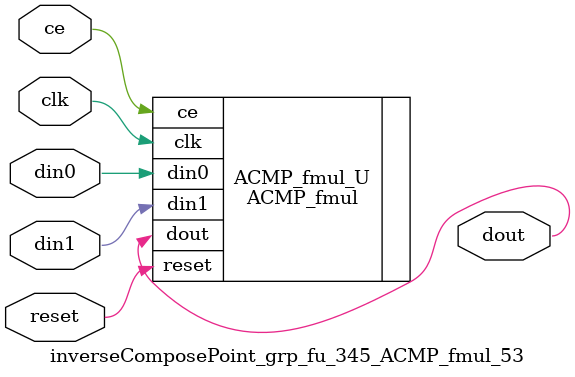
<source format=v>

`timescale 1 ns / 1 ps
module inverseComposePoint_grp_fu_345_ACMP_fmul_53(
    clk,
    reset,
    ce,
    din0,
    din1,
    dout);

parameter ID = 32'd1;
parameter NUM_STAGE = 32'd1;
parameter din0_WIDTH = 32'd1;
parameter din1_WIDTH = 32'd1;
parameter dout_WIDTH = 32'd1;
input clk;
input reset;
input ce;
input[din0_WIDTH - 1:0] din0;
input[din1_WIDTH - 1:0] din1;
output[dout_WIDTH - 1:0] dout;



ACMP_fmul #(
.ID( ID ),
.NUM_STAGE( 4 ),
.din0_WIDTH( din0_WIDTH ),
.din1_WIDTH( din1_WIDTH ),
.dout_WIDTH( dout_WIDTH ))
ACMP_fmul_U(
    .clk( clk ),
    .reset( reset ),
    .ce( ce ),
    .din0( din0 ),
    .din1( din1 ),
    .dout( dout ));

endmodule

</source>
